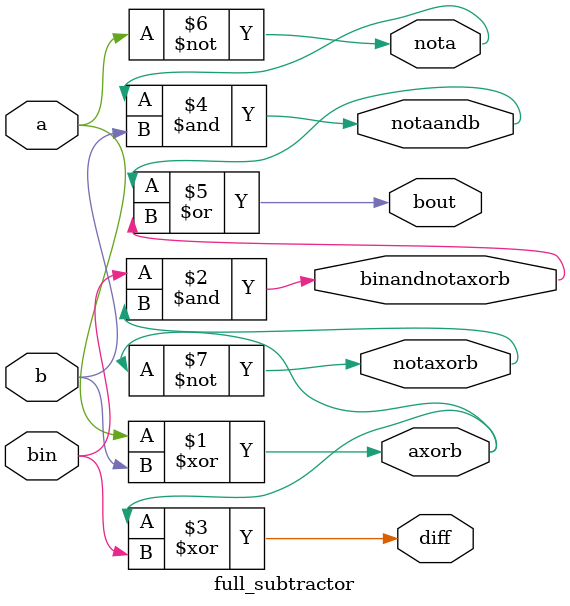
<source format=v>
`timescale 1ns / 1ps


module full_subtractor(a,b,bin,diff,bout,axorb,nota,notaxorb,binandnotaxorb,notaandb);
    input a,b,bin;
    output diff,bout,axorb,nota,notaxorb,binandnotaxorb,notaandb;
    
    xor(axorb,a,b);
    not(nota,a);
    not(notaxorb,axorb);
    and(binandnotaxorb,bin,notaxorb);
    xor(diff,axorb,bin);
    and(notaandb,nota,b);
    or(bout,notaandb,binandnotaxorb);
    
    
    

    
endmodule
</source>
